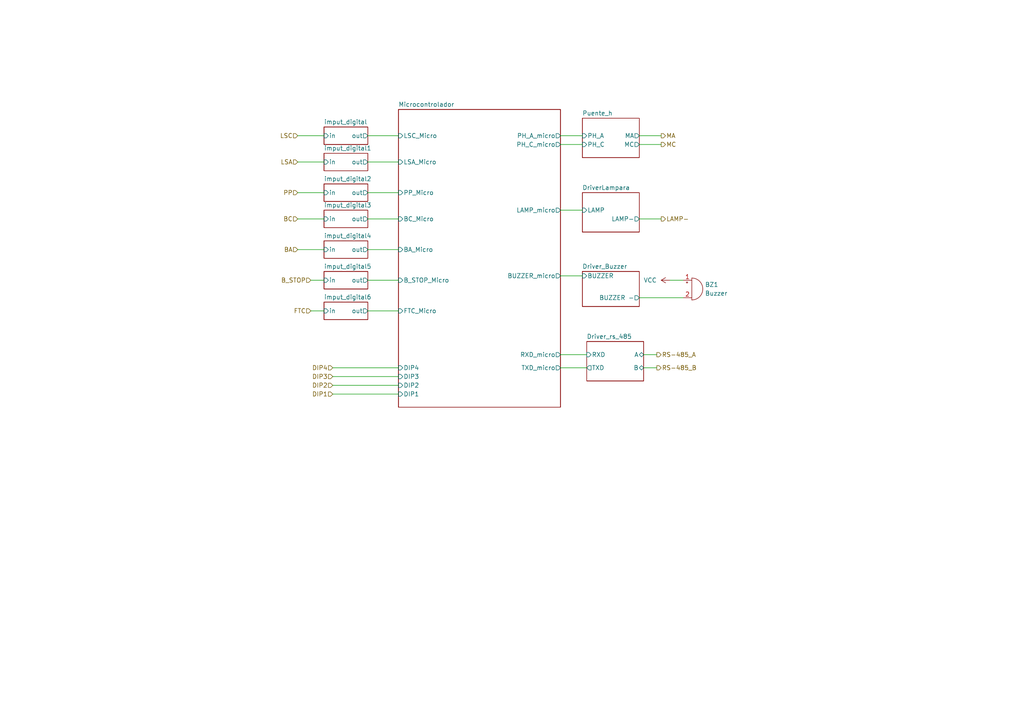
<source format=kicad_sch>
(kicad_sch
	(version 20250114)
	(generator "eeschema")
	(generator_version "9.0")
	(uuid "5568ad69-1d95-48ae-b834-44969f627f6b")
	(paper "A4")
	(lib_symbols
		(symbol "Device:Buzzer"
			(pin_names
				(offset 0.0254)
				(hide yes)
			)
			(exclude_from_sim no)
			(in_bom yes)
			(on_board yes)
			(property "Reference" "BZ"
				(at 3.81 1.27 0)
				(effects
					(font
						(size 1.27 1.27)
					)
					(justify left)
				)
			)
			(property "Value" "Buzzer"
				(at 3.81 -1.27 0)
				(effects
					(font
						(size 1.27 1.27)
					)
					(justify left)
				)
			)
			(property "Footprint" ""
				(at -0.635 2.54 90)
				(effects
					(font
						(size 1.27 1.27)
					)
					(hide yes)
				)
			)
			(property "Datasheet" "~"
				(at -0.635 2.54 90)
				(effects
					(font
						(size 1.27 1.27)
					)
					(hide yes)
				)
			)
			(property "Description" "Buzzer, polarized"
				(at 0 0 0)
				(effects
					(font
						(size 1.27 1.27)
					)
					(hide yes)
				)
			)
			(property "ki_keywords" "quartz resonator ceramic"
				(at 0 0 0)
				(effects
					(font
						(size 1.27 1.27)
					)
					(hide yes)
				)
			)
			(property "ki_fp_filters" "*Buzzer*"
				(at 0 0 0)
				(effects
					(font
						(size 1.27 1.27)
					)
					(hide yes)
				)
			)
			(symbol "Buzzer_0_1"
				(polyline
					(pts
						(xy -1.651 1.905) (xy -1.143 1.905)
					)
					(stroke
						(width 0)
						(type default)
					)
					(fill
						(type none)
					)
				)
				(polyline
					(pts
						(xy -1.397 2.159) (xy -1.397 1.651)
					)
					(stroke
						(width 0)
						(type default)
					)
					(fill
						(type none)
					)
				)
				(arc
					(start 0 3.175)
					(mid 3.1612 0)
					(end 0 -3.175)
					(stroke
						(width 0)
						(type default)
					)
					(fill
						(type none)
					)
				)
				(polyline
					(pts
						(xy 0 3.175) (xy 0 -3.175)
					)
					(stroke
						(width 0)
						(type default)
					)
					(fill
						(type none)
					)
				)
			)
			(symbol "Buzzer_1_1"
				(pin passive line
					(at -2.54 2.54 0)
					(length 2.54)
					(name "+"
						(effects
							(font
								(size 1.27 1.27)
							)
						)
					)
					(number "1"
						(effects
							(font
								(size 1.27 1.27)
							)
						)
					)
				)
				(pin passive line
					(at -2.54 -2.54 0)
					(length 2.54)
					(name "-"
						(effects
							(font
								(size 1.27 1.27)
							)
						)
					)
					(number "2"
						(effects
							(font
								(size 1.27 1.27)
							)
						)
					)
				)
			)
			(embedded_fonts no)
		)
		(symbol "power:VCC"
			(power)
			(pin_numbers
				(hide yes)
			)
			(pin_names
				(offset 0)
				(hide yes)
			)
			(exclude_from_sim no)
			(in_bom yes)
			(on_board yes)
			(property "Reference" "#PWR"
				(at 0 -3.81 0)
				(effects
					(font
						(size 1.27 1.27)
					)
					(hide yes)
				)
			)
			(property "Value" "VCC"
				(at 0 3.556 0)
				(effects
					(font
						(size 1.27 1.27)
					)
				)
			)
			(property "Footprint" ""
				(at 0 0 0)
				(effects
					(font
						(size 1.27 1.27)
					)
					(hide yes)
				)
			)
			(property "Datasheet" ""
				(at 0 0 0)
				(effects
					(font
						(size 1.27 1.27)
					)
					(hide yes)
				)
			)
			(property "Description" "Power symbol creates a global label with name \"VCC\""
				(at 0 0 0)
				(effects
					(font
						(size 1.27 1.27)
					)
					(hide yes)
				)
			)
			(property "ki_keywords" "global power"
				(at 0 0 0)
				(effects
					(font
						(size 1.27 1.27)
					)
					(hide yes)
				)
			)
			(symbol "VCC_0_1"
				(polyline
					(pts
						(xy -0.762 1.27) (xy 0 2.54)
					)
					(stroke
						(width 0)
						(type default)
					)
					(fill
						(type none)
					)
				)
				(polyline
					(pts
						(xy 0 2.54) (xy 0.762 1.27)
					)
					(stroke
						(width 0)
						(type default)
					)
					(fill
						(type none)
					)
				)
				(polyline
					(pts
						(xy 0 0) (xy 0 2.54)
					)
					(stroke
						(width 0)
						(type default)
					)
					(fill
						(type none)
					)
				)
			)
			(symbol "VCC_1_1"
				(pin power_in line
					(at 0 0 90)
					(length 0)
					(name "~"
						(effects
							(font
								(size 1.27 1.27)
							)
						)
					)
					(number "1"
						(effects
							(font
								(size 1.27 1.27)
							)
						)
					)
				)
			)
			(embedded_fonts no)
		)
	)
	(wire
		(pts
			(xy 185.42 41.91) (xy 191.77 41.91)
		)
		(stroke
			(width 0)
			(type default)
		)
		(uuid "090ebe59-f530-4ad1-9950-5c9663c29b06")
	)
	(wire
		(pts
			(xy 86.36 55.88) (xy 93.98 55.88)
		)
		(stroke
			(width 0)
			(type default)
		)
		(uuid "0e98ad74-ffe1-44bd-87f6-bf28adeb5f00")
	)
	(wire
		(pts
			(xy 96.52 111.76) (xy 115.57 111.76)
		)
		(stroke
			(width 0)
			(type default)
		)
		(uuid "15c63995-ac81-47be-9945-6c2af2ccf232")
	)
	(wire
		(pts
			(xy 106.68 55.88) (xy 115.57 55.88)
		)
		(stroke
			(width 0)
			(type default)
		)
		(uuid "2e46257a-80af-46a1-84cf-564224d39d14")
	)
	(wire
		(pts
			(xy 86.36 63.5) (xy 93.98 63.5)
		)
		(stroke
			(width 0)
			(type default)
		)
		(uuid "2f8774b2-f14f-4356-b225-e5ce709a77e9")
	)
	(wire
		(pts
			(xy 96.52 114.3) (xy 115.57 114.3)
		)
		(stroke
			(width 0)
			(type default)
		)
		(uuid "3532473b-8618-4d32-aaf7-1bf254ab6f1d")
	)
	(wire
		(pts
			(xy 86.36 46.99) (xy 93.98 46.99)
		)
		(stroke
			(width 0)
			(type default)
		)
		(uuid "35d2fbc4-8f2c-47c3-bead-cf4744ab99c9")
	)
	(wire
		(pts
			(xy 106.68 90.17) (xy 115.57 90.17)
		)
		(stroke
			(width 0)
			(type default)
		)
		(uuid "53196b16-8ab2-4129-a1cd-d142e90182a9")
	)
	(wire
		(pts
			(xy 106.68 81.28) (xy 115.57 81.28)
		)
		(stroke
			(width 0)
			(type default)
		)
		(uuid "5b8529ee-829a-4b5f-b564-7f1aaf807060")
	)
	(wire
		(pts
			(xy 162.56 102.87) (xy 170.18 102.87)
		)
		(stroke
			(width 0)
			(type default)
		)
		(uuid "678ccdf5-dc06-4089-8c9e-7800a620c742")
	)
	(wire
		(pts
			(xy 162.56 41.91) (xy 168.91 41.91)
		)
		(stroke
			(width 0)
			(type default)
		)
		(uuid "722c8746-bfee-4589-9828-9799adc9059b")
	)
	(wire
		(pts
			(xy 186.69 102.87) (xy 190.5 102.87)
		)
		(stroke
			(width 0)
			(type default)
		)
		(uuid "77bc0c4e-2c9f-4acf-8bb3-158e0c4c2179")
	)
	(wire
		(pts
			(xy 106.68 46.99) (xy 115.57 46.99)
		)
		(stroke
			(width 0)
			(type default)
		)
		(uuid "84f016da-09d9-4808-935e-2acce8f51c30")
	)
	(wire
		(pts
			(xy 162.56 60.96) (xy 168.91 60.96)
		)
		(stroke
			(width 0)
			(type default)
		)
		(uuid "956fe0eb-f0c1-4312-8184-8336d8012eb7")
	)
	(wire
		(pts
			(xy 162.56 39.37) (xy 168.91 39.37)
		)
		(stroke
			(width 0)
			(type default)
		)
		(uuid "98e12d9f-57d8-420f-aea9-b6fcc2c23f9c")
	)
	(wire
		(pts
			(xy 185.42 39.37) (xy 191.77 39.37)
		)
		(stroke
			(width 0)
			(type default)
		)
		(uuid "9efce089-d2aa-4128-b478-91bb1ad1cfbe")
	)
	(wire
		(pts
			(xy 185.42 63.5) (xy 191.77 63.5)
		)
		(stroke
			(width 0)
			(type default)
		)
		(uuid "a544805a-5fcf-40a2-bd3b-aa3e761f368e")
	)
	(wire
		(pts
			(xy 90.17 90.17) (xy 93.98 90.17)
		)
		(stroke
			(width 0)
			(type default)
		)
		(uuid "a833f3d6-ca88-4ff0-8671-8cfbcd9862b2")
	)
	(wire
		(pts
			(xy 96.52 109.22) (xy 115.57 109.22)
		)
		(stroke
			(width 0)
			(type default)
		)
		(uuid "bb912906-5363-4068-9ced-d4349c79d277")
	)
	(wire
		(pts
			(xy 106.68 39.37) (xy 115.57 39.37)
		)
		(stroke
			(width 0)
			(type default)
		)
		(uuid "c538661d-e783-4a2e-a3ef-476997696d8c")
	)
	(wire
		(pts
			(xy 96.52 106.68) (xy 115.57 106.68)
		)
		(stroke
			(width 0)
			(type default)
		)
		(uuid "c699e68b-4992-49a5-8bc9-4721149fbaa4")
	)
	(wire
		(pts
			(xy 194.31 81.28) (xy 198.12 81.28)
		)
		(stroke
			(width 0)
			(type default)
		)
		(uuid "c80d5b2c-e754-44fd-8f0d-9b732dade4bd")
	)
	(wire
		(pts
			(xy 86.36 72.39) (xy 93.98 72.39)
		)
		(stroke
			(width 0)
			(type default)
		)
		(uuid "c8ab952f-963a-45d3-b6f0-b74471e2742a")
	)
	(wire
		(pts
			(xy 86.36 39.37) (xy 93.98 39.37)
		)
		(stroke
			(width 0)
			(type default)
		)
		(uuid "d08c1249-fd0e-4da8-bee6-4836f95aab07")
	)
	(wire
		(pts
			(xy 106.68 72.39) (xy 115.57 72.39)
		)
		(stroke
			(width 0)
			(type default)
		)
		(uuid "d1f786aa-98dc-4361-8b69-2e6f36332c1d")
	)
	(wire
		(pts
			(xy 186.69 106.68) (xy 190.5 106.68)
		)
		(stroke
			(width 0)
			(type default)
		)
		(uuid "d79e0559-854a-4780-9232-7a6c8ef10105")
	)
	(wire
		(pts
			(xy 106.68 63.5) (xy 115.57 63.5)
		)
		(stroke
			(width 0)
			(type default)
		)
		(uuid "dd587257-0537-4f80-85e0-7cc95cc98f66")
	)
	(wire
		(pts
			(xy 90.17 81.28) (xy 93.98 81.28)
		)
		(stroke
			(width 0)
			(type default)
		)
		(uuid "df0dfc3c-c58c-4f8b-bd89-f3924ebd5a64")
	)
	(wire
		(pts
			(xy 162.56 80.01) (xy 168.91 80.01)
		)
		(stroke
			(width 0)
			(type default)
		)
		(uuid "e33fb6c4-da0d-4a72-81a2-47e0fa2aa736")
	)
	(wire
		(pts
			(xy 162.56 106.68) (xy 170.18 106.68)
		)
		(stroke
			(width 0)
			(type default)
		)
		(uuid "e3b56c4a-b999-4907-9b08-a55c867f0f09")
	)
	(wire
		(pts
			(xy 185.42 86.36) (xy 198.12 86.36)
		)
		(stroke
			(width 0)
			(type default)
		)
		(uuid "f6481f0a-9aa0-44a5-a364-b0995577232e")
	)
	(hierarchical_label "RS-485_B"
		(shape output)
		(at 190.5 106.68 0)
		(effects
			(font
				(size 1.27 1.27)
			)
			(justify left)
		)
		(uuid "06add46b-ef93-4bf4-ae46-ac92109eda79")
	)
	(hierarchical_label "B_STOP"
		(shape input)
		(at 90.17 81.28 180)
		(effects
			(font
				(size 1.27 1.27)
			)
			(justify right)
		)
		(uuid "0988a8b9-0ba1-4dd2-acce-396d399e6410")
	)
	(hierarchical_label "BA"
		(shape input)
		(at 86.36 72.39 180)
		(effects
			(font
				(size 1.27 1.27)
			)
			(justify right)
		)
		(uuid "108d8c7b-7be4-4535-b284-2e7f9136f521")
	)
	(hierarchical_label "LSC"
		(shape input)
		(at 86.36 39.37 180)
		(effects
			(font
				(size 1.27 1.27)
			)
			(justify right)
		)
		(uuid "3bb4ad3d-e6c0-450a-86b9-7733a1693984")
	)
	(hierarchical_label "MC"
		(shape output)
		(at 191.77 41.91 0)
		(effects
			(font
				(size 1.27 1.27)
			)
			(justify left)
		)
		(uuid "41d841c6-9fc6-41c5-92ae-bc1c4c162a79")
	)
	(hierarchical_label "BC"
		(shape input)
		(at 86.36 63.5 180)
		(effects
			(font
				(size 1.27 1.27)
			)
			(justify right)
		)
		(uuid "47cc814e-f53f-447e-b406-e8fc130f4e94")
	)
	(hierarchical_label "RS-485_A"
		(shape output)
		(at 190.5 102.87 0)
		(effects
			(font
				(size 1.27 1.27)
			)
			(justify left)
		)
		(uuid "56721d48-80db-4ea4-84ae-384bc2178828")
	)
	(hierarchical_label "DIP3"
		(shape input)
		(at 96.52 109.22 180)
		(effects
			(font
				(size 1.27 1.27)
			)
			(justify right)
		)
		(uuid "685aa375-7184-4ad0-b3de-c3d5ce8dd2e1")
	)
	(hierarchical_label "DIP4"
		(shape input)
		(at 96.52 106.68 180)
		(effects
			(font
				(size 1.27 1.27)
			)
			(justify right)
		)
		(uuid "8fa6fc6f-3636-4a84-a7f8-e8f685eeacf6")
	)
	(hierarchical_label "FTC"
		(shape input)
		(at 90.17 90.17 180)
		(effects
			(font
				(size 1.27 1.27)
			)
			(justify right)
		)
		(uuid "aa9d8c3a-d56d-498a-893d-6066850cd366")
	)
	(hierarchical_label "DIP1"
		(shape input)
		(at 96.52 114.3 180)
		(effects
			(font
				(size 1.27 1.27)
			)
			(justify right)
		)
		(uuid "adb6ec0f-8872-4cdf-b80f-6b83974826f2")
	)
	(hierarchical_label "DIP2"
		(shape input)
		(at 96.52 111.76 180)
		(effects
			(font
				(size 1.27 1.27)
			)
			(justify right)
		)
		(uuid "aff387fc-4b28-46dc-90d0-bf95ee6d588d")
	)
	(hierarchical_label "PP"
		(shape input)
		(at 86.36 55.88 180)
		(effects
			(font
				(size 1.27 1.27)
			)
			(justify right)
		)
		(uuid "bc7727b1-50db-4269-bec3-a7d50b69a87e")
	)
	(hierarchical_label "MA"
		(shape output)
		(at 191.77 39.37 0)
		(effects
			(font
				(size 1.27 1.27)
			)
			(justify left)
		)
		(uuid "ca5e5e54-9360-4b2a-90f3-a5eaa711718f")
	)
	(hierarchical_label "LSA"
		(shape input)
		(at 86.36 46.99 180)
		(effects
			(font
				(size 1.27 1.27)
			)
			(justify right)
		)
		(uuid "cdd10fca-c042-47a5-a4fa-8cb8f767ae23")
	)
	(hierarchical_label "LAMP-"
		(shape output)
		(at 191.77 63.5 0)
		(effects
			(font
				(size 1.27 1.27)
			)
			(justify left)
		)
		(uuid "d415f24d-e767-4f99-b1f9-4a4f31e337c8")
	)
	(symbol
		(lib_id "power:VCC")
		(at 194.31 81.28 90)
		(unit 1)
		(exclude_from_sim no)
		(in_bom yes)
		(on_board yes)
		(dnp no)
		(fields_autoplaced yes)
		(uuid "7d767b01-0727-4313-8cf0-cc5fb8e59372")
		(property "Reference" "#PWR047"
			(at 198.12 81.28 0)
			(effects
				(font
					(size 1.27 1.27)
				)
				(hide yes)
			)
		)
		(property "Value" "VCC"
			(at 190.5 81.2799 90)
			(effects
				(font
					(size 1.27 1.27)
				)
				(justify left)
			)
		)
		(property "Footprint" ""
			(at 194.31 81.28 0)
			(effects
				(font
					(size 1.27 1.27)
				)
				(hide yes)
			)
		)
		(property "Datasheet" ""
			(at 194.31 81.28 0)
			(effects
				(font
					(size 1.27 1.27)
				)
				(hide yes)
			)
		)
		(property "Description" "Power symbol creates a global label with name \"VCC\""
			(at 194.31 81.28 0)
			(effects
				(font
					(size 1.27 1.27)
				)
				(hide yes)
			)
		)
		(pin "1"
			(uuid "c202e891-de96-446d-9f6f-1c2c518b96ce")
		)
		(instances
			(project "PCB porton"
				(path "/066fc511-7226-4630-beb0-d4fa33de32d6/98e2e1af-13f4-44d7-afbb-a6c00796e80f"
					(reference "#PWR047")
					(unit 1)
				)
			)
		)
	)
	(symbol
		(lib_id "Device:Buzzer")
		(at 200.66 83.82 0)
		(unit 1)
		(exclude_from_sim no)
		(in_bom yes)
		(on_board yes)
		(dnp no)
		(fields_autoplaced yes)
		(uuid "8371fa4a-9db8-4595-8679-205dc43069ca")
		(property "Reference" "BZ1"
			(at 204.47 82.5499 0)
			(effects
				(font
					(size 1.27 1.27)
				)
				(justify left)
			)
		)
		(property "Value" "Buzzer"
			(at 204.47 85.0899 0)
			(effects
				(font
					(size 1.27 1.27)
				)
				(justify left)
			)
		)
		(property "Footprint" ""
			(at 200.025 81.28 90)
			(effects
				(font
					(size 1.27 1.27)
				)
				(hide yes)
			)
		)
		(property "Datasheet" "~"
			(at 200.025 81.28 90)
			(effects
				(font
					(size 1.27 1.27)
				)
				(hide yes)
			)
		)
		(property "Description" "Buzzer, polarized"
			(at 200.66 83.82 0)
			(effects
				(font
					(size 1.27 1.27)
				)
				(hide yes)
			)
		)
		(pin "2"
			(uuid "ccf8e247-2466-4127-b92a-c6a29cfa13af")
		)
		(pin "1"
			(uuid "05c2860e-1327-48df-b825-0d0bd42a5ef6")
		)
		(instances
			(project ""
				(path "/066fc511-7226-4630-beb0-d4fa33de32d6/98e2e1af-13f4-44d7-afbb-a6c00796e80f"
					(reference "BZ1")
					(unit 1)
				)
			)
		)
	)
	(sheet
		(at 93.98 78.74)
		(size 12.7 5.08)
		(exclude_from_sim no)
		(in_bom yes)
		(on_board yes)
		(dnp no)
		(fields_autoplaced yes)
		(stroke
			(width 0.1524)
			(type solid)
		)
		(fill
			(color 0 0 0 0.0000)
		)
		(uuid "002ca46c-5bbc-4955-bc0b-afaa9c4c75e1")
		(property "Sheetname" "imput_digital5"
			(at 93.98 78.0284 0)
			(effects
				(font
					(size 1.27 1.27)
				)
				(justify left bottom)
			)
		)
		(property "Sheetfile" "imput_digital.kicad_sch"
			(at 93.98 84.4046 0)
			(effects
				(font
					(size 1.27 1.27)
				)
				(justify left top)
				(hide yes)
			)
		)
		(pin "in" input
			(at 93.98 81.28 180)
			(uuid "5f79d71b-e715-478e-8f77-9db88605c80f")
			(effects
				(font
					(size 1.27 1.27)
				)
				(justify left)
			)
		)
		(pin "out" output
			(at 106.68 81.28 0)
			(uuid "e386d735-9cc3-41e2-a3b6-86d148253bf8")
			(effects
				(font
					(size 1.27 1.27)
				)
				(justify right)
			)
		)
		(instances
			(project "PCB porton"
				(path "/066fc511-7226-4630-beb0-d4fa33de32d6/98e2e1af-13f4-44d7-afbb-a6c00796e80f"
					(page "8")
				)
			)
		)
	)
	(sheet
		(at 93.98 60.96)
		(size 12.7 5.08)
		(exclude_from_sim no)
		(in_bom yes)
		(on_board yes)
		(dnp no)
		(fields_autoplaced yes)
		(stroke
			(width 0.1524)
			(type solid)
		)
		(fill
			(color 0 0 0 0.0000)
		)
		(uuid "07c5de6b-a5d1-4576-9ce4-799b08267338")
		(property "Sheetname" "imput_digital3"
			(at 93.98 60.2484 0)
			(effects
				(font
					(size 1.27 1.27)
				)
				(justify left bottom)
			)
		)
		(property "Sheetfile" "imput_digital.kicad_sch"
			(at 93.98 66.6246 0)
			(effects
				(font
					(size 1.27 1.27)
				)
				(justify left top)
				(hide yes)
			)
		)
		(pin "in" input
			(at 93.98 63.5 180)
			(uuid "7b6c86f2-4bb4-43d2-9573-0aab98b89c05")
			(effects
				(font
					(size 1.27 1.27)
				)
				(justify left)
			)
		)
		(pin "out" output
			(at 106.68 63.5 0)
			(uuid "73b00ee9-db02-4e37-87b9-202ee8c23cb6")
			(effects
				(font
					(size 1.27 1.27)
				)
				(justify right)
			)
		)
		(instances
			(project "PCB porton"
				(path "/066fc511-7226-4630-beb0-d4fa33de32d6/98e2e1af-13f4-44d7-afbb-a6c00796e80f"
					(page "6")
				)
			)
		)
	)
	(sheet
		(at 168.91 78.74)
		(size 16.51 10.16)
		(exclude_from_sim no)
		(in_bom yes)
		(on_board yes)
		(dnp no)
		(fields_autoplaced yes)
		(stroke
			(width 0.1524)
			(type solid)
		)
		(fill
			(color 0 0 0 0.0000)
		)
		(uuid "1952cb5b-f7f2-430b-aae8-1521b54bbd79")
		(property "Sheetname" "Driver_Buzzer"
			(at 168.91 78.0284 0)
			(effects
				(font
					(size 1.27 1.27)
				)
				(justify left bottom)
			)
		)
		(property "Sheetfile" "Driver_rs_485.kicad_sch"
			(at 168.91 89.4846 0)
			(effects
				(font
					(size 1.27 1.27)
				)
				(justify left top)
				(hide yes)
			)
		)
		(pin "BUZZER" input
			(at 168.91 80.01 180)
			(uuid "5ee1a4c6-1f24-45c4-9422-e95dca8837d7")
			(effects
				(font
					(size 1.27 1.27)
				)
				(justify left)
			)
		)
		(pin "BUZZER -" output
			(at 185.42 86.36 0)
			(uuid "1b15f4cd-aff8-4e46-b391-c6056f4952de")
			(effects
				(font
					(size 1.27 1.27)
				)
				(justify right)
			)
		)
		(instances
			(project "PCB porton"
				(path "/066fc511-7226-4630-beb0-d4fa33de32d6/98e2e1af-13f4-44d7-afbb-a6c00796e80f"
					(page "10")
				)
			)
		)
	)
	(sheet
		(at 115.57 31.75)
		(size 46.99 86.36)
		(exclude_from_sim no)
		(in_bom yes)
		(on_board yes)
		(dnp no)
		(fields_autoplaced yes)
		(stroke
			(width 0.1524)
			(type solid)
		)
		(fill
			(color 0 0 0 0.0000)
		)
		(uuid "489f6a85-e184-466b-bb74-5640fda11cf5")
		(property "Sheetname" "Microcontrolador"
			(at 115.57 31.0384 0)
			(effects
				(font
					(size 1.27 1.27)
				)
				(justify left bottom)
			)
		)
		(property "Sheetfile" "Microcontrolador .kicad_sch"
			(at 115.57 118.6946 0)
			(effects
				(font
					(size 1.27 1.27)
				)
				(justify left top)
				(hide yes)
			)
		)
		(pin "DIP1" input
			(at 115.57 114.3 180)
			(uuid "2f83ca8c-a65b-4f58-a0d6-1ebfcbcc274b")
			(effects
				(font
					(size 1.27 1.27)
				)
				(justify left)
			)
		)
		(pin "DIP2" input
			(at 115.57 111.76 180)
			(uuid "eeca096a-c328-43ec-b04d-4bf8adab1b82")
			(effects
				(font
					(size 1.27 1.27)
				)
				(justify left)
			)
		)
		(pin "DIP3" input
			(at 115.57 109.22 180)
			(uuid "3381db84-7f39-4b2a-9eab-be064f1fc750")
			(effects
				(font
					(size 1.27 1.27)
				)
				(justify left)
			)
		)
		(pin "DIP4" input
			(at 115.57 106.68 180)
			(uuid "02ad50c0-b9c4-412c-ba4c-c89146b588ec")
			(effects
				(font
					(size 1.27 1.27)
				)
				(justify left)
			)
		)
		(pin "BA_Micro" input
			(at 115.57 72.39 180)
			(uuid "26fe7291-4c2e-45d5-8ed2-7e9d41313056")
			(effects
				(font
					(size 1.27 1.27)
				)
				(justify left)
			)
		)
		(pin "BC_Micro" input
			(at 115.57 63.5 180)
			(uuid "546c8e3c-4273-4334-a91e-0cb3ade8e6bb")
			(effects
				(font
					(size 1.27 1.27)
				)
				(justify left)
			)
		)
		(pin "B_STOP_Micro" input
			(at 115.57 81.28 180)
			(uuid "e88a9122-341e-4e00-9425-bc7636d0cdfa")
			(effects
				(font
					(size 1.27 1.27)
				)
				(justify left)
			)
		)
		(pin "FTC_Micro" input
			(at 115.57 90.17 180)
			(uuid "064843f0-386a-4927-b4b4-9443e1dc22f7")
			(effects
				(font
					(size 1.27 1.27)
				)
				(justify left)
			)
		)
		(pin "LSA_Micro" input
			(at 115.57 46.99 180)
			(uuid "0df6c2d5-250b-426d-9b39-bf01d3fac1d4")
			(effects
				(font
					(size 1.27 1.27)
				)
				(justify left)
			)
		)
		(pin "LSC_Micro" input
			(at 115.57 39.37 180)
			(uuid "59c6366a-1131-405e-9afb-69645005d485")
			(effects
				(font
					(size 1.27 1.27)
				)
				(justify left)
			)
		)
		(pin "PP_Micro" input
			(at 115.57 55.88 180)
			(uuid "8d64614b-a22c-4325-bfa7-c98872c546e6")
			(effects
				(font
					(size 1.27 1.27)
				)
				(justify left)
			)
		)
		(pin "PH_A_micro" output
			(at 162.56 39.37 0)
			(uuid "5784fb82-a673-41e9-b2a9-3d5c1405e3aa")
			(effects
				(font
					(size 1.27 1.27)
				)
				(justify right)
			)
		)
		(pin "PH_C_micro" output
			(at 162.56 41.91 0)
			(uuid "5f58ebb3-eff5-4a32-8aef-bd942c0497bc")
			(effects
				(font
					(size 1.27 1.27)
				)
				(justify right)
			)
		)
		(pin "LAMP_micro" output
			(at 162.56 60.96 0)
			(uuid "9d11d567-2e0b-4f5a-ab5f-91785535b904")
			(effects
				(font
					(size 1.27 1.27)
				)
				(justify right)
			)
		)
		(pin "BUZZER_micro" output
			(at 162.56 80.01 0)
			(uuid "21fabe2f-4e18-4410-bd4b-1234b7b2b0e7")
			(effects
				(font
					(size 1.27 1.27)
				)
				(justify right)
			)
		)
		(pin "RXD_micro" output
			(at 162.56 102.87 0)
			(uuid "f4c8fd29-3553-45aa-977f-99f821aae6ba")
			(effects
				(font
					(size 1.27 1.27)
				)
				(justify right)
			)
		)
		(pin "TXD_micro" output
			(at 162.56 106.68 0)
			(uuid "c526fead-37e1-4d86-8e38-917adfa4131e")
			(effects
				(font
					(size 1.27 1.27)
				)
				(justify right)
			)
		)
		(instances
			(project "PCB porton"
				(path "/066fc511-7226-4630-beb0-d4fa33de32d6/98e2e1af-13f4-44d7-afbb-a6c00796e80f"
					(page "11")
				)
			)
		)
	)
	(sheet
		(at 93.98 69.85)
		(size 12.7 5.08)
		(exclude_from_sim no)
		(in_bom yes)
		(on_board yes)
		(dnp no)
		(fields_autoplaced yes)
		(stroke
			(width 0.1524)
			(type solid)
		)
		(fill
			(color 0 0 0 0.0000)
		)
		(uuid "628626d5-1a86-4a0f-a220-13018df05e33")
		(property "Sheetname" "imput_digital4"
			(at 93.98 69.1384 0)
			(effects
				(font
					(size 1.27 1.27)
				)
				(justify left bottom)
			)
		)
		(property "Sheetfile" "imput_digital.kicad_sch"
			(at 93.98 75.5146 0)
			(effects
				(font
					(size 1.27 1.27)
				)
				(justify left top)
				(hide yes)
			)
		)
		(pin "in" input
			(at 93.98 72.39 180)
			(uuid "236ccd23-75bd-4650-9372-30f17d4400a0")
			(effects
				(font
					(size 1.27 1.27)
				)
				(justify left)
			)
		)
		(pin "out" output
			(at 106.68 72.39 0)
			(uuid "171c0295-1795-4d0e-8169-2721f18ff7a4")
			(effects
				(font
					(size 1.27 1.27)
				)
				(justify right)
			)
		)
		(instances
			(project "PCB porton"
				(path "/066fc511-7226-4630-beb0-d4fa33de32d6/98e2e1af-13f4-44d7-afbb-a6c00796e80f"
					(page "7")
				)
			)
		)
	)
	(sheet
		(at 170.18 99.06)
		(size 16.51 11.43)
		(exclude_from_sim no)
		(in_bom yes)
		(on_board yes)
		(dnp no)
		(fields_autoplaced yes)
		(stroke
			(width 0.1524)
			(type solid)
		)
		(fill
			(color 0 0 0 0.0000)
		)
		(uuid "68884aba-5757-4f32-83a0-1ae2abb6f06d")
		(property "Sheetname" "Driver_rs_485"
			(at 170.18 98.3484 0)
			(effects
				(font
					(size 1.27 1.27)
				)
				(justify left bottom)
			)
		)
		(property "Sheetfile" "Driver_rs_485_sch.kicad_sch"
			(at 170.18 111.0746 0)
			(effects
				(font
					(size 1.27 1.27)
				)
				(justify left top)
				(hide yes)
			)
		)
		(pin "A" bidirectional
			(at 186.69 102.87 0)
			(uuid "0df505f7-8f00-4141-8979-8334f99ddf2c")
			(effects
				(font
					(size 1.27 1.27)
				)
				(justify right)
			)
		)
		(pin "B" bidirectional
			(at 186.69 106.68 0)
			(uuid "fd18933a-5df2-49b6-bc47-045c9f797b0a")
			(effects
				(font
					(size 1.27 1.27)
				)
				(justify right)
			)
		)
		(pin "RXD" input
			(at 170.18 102.87 180)
			(uuid "be396fe9-29c7-4fbf-9a75-3b694a80ce97")
			(effects
				(font
					(size 1.27 1.27)
				)
				(justify left)
			)
		)
		(pin "TXD" output
			(at 170.18 106.68 180)
			(uuid "ff5bf073-f4cb-4305-bd52-a695bce92243")
			(effects
				(font
					(size 1.27 1.27)
				)
				(justify left)
			)
		)
		(instances
			(project "PCB porton"
				(path "/066fc511-7226-4630-beb0-d4fa33de32d6/98e2e1af-13f4-44d7-afbb-a6c00796e80f"
					(page "15")
				)
			)
		)
	)
	(sheet
		(at 93.98 53.34)
		(size 12.7 5.08)
		(exclude_from_sim no)
		(in_bom yes)
		(on_board yes)
		(dnp no)
		(fields_autoplaced yes)
		(stroke
			(width 0.1524)
			(type solid)
		)
		(fill
			(color 0 0 0 0.0000)
		)
		(uuid "6da86b21-2855-4bf1-bd25-b8961be50e24")
		(property "Sheetname" "imput_digital2"
			(at 93.98 52.6284 0)
			(effects
				(font
					(size 1.27 1.27)
				)
				(justify left bottom)
			)
		)
		(property "Sheetfile" "imput_digital.kicad_sch"
			(at 93.98 59.0046 0)
			(effects
				(font
					(size 1.27 1.27)
				)
				(justify left top)
				(hide yes)
			)
		)
		(pin "in" input
			(at 93.98 55.88 180)
			(uuid "3ac159d3-d0b8-44b6-af08-9cbc659fcbb7")
			(effects
				(font
					(size 1.27 1.27)
				)
				(justify left)
			)
		)
		(pin "out" output
			(at 106.68 55.88 0)
			(uuid "0222a6b8-ca08-4318-9c0a-ef97419863aa")
			(effects
				(font
					(size 1.27 1.27)
				)
				(justify right)
			)
		)
		(instances
			(project "PCB porton"
				(path "/066fc511-7226-4630-beb0-d4fa33de32d6/98e2e1af-13f4-44d7-afbb-a6c00796e80f"
					(page "5")
				)
			)
		)
	)
	(sheet
		(at 93.98 44.45)
		(size 12.7 5.08)
		(exclude_from_sim no)
		(in_bom yes)
		(on_board yes)
		(dnp no)
		(fields_autoplaced yes)
		(stroke
			(width 0.1524)
			(type solid)
		)
		(fill
			(color 0 0 0 0.0000)
		)
		(uuid "6ef7833b-b0c7-4764-b797-cc12c56ad8a6")
		(property "Sheetname" "imput_digital1"
			(at 93.98 43.7384 0)
			(effects
				(font
					(size 1.27 1.27)
				)
				(justify left bottom)
			)
		)
		(property "Sheetfile" "imput_digital.kicad_sch"
			(at 93.98 50.1146 0)
			(effects
				(font
					(size 1.27 1.27)
				)
				(justify left top)
				(hide yes)
			)
		)
		(pin "in" input
			(at 93.98 46.99 180)
			(uuid "0e2e1b3c-776b-4e26-b215-f55b1c0d7da4")
			(effects
				(font
					(size 1.27 1.27)
				)
				(justify left)
			)
		)
		(pin "out" output
			(at 106.68 46.99 0)
			(uuid "a6ae6e8b-5744-462d-bde3-f26aac2886ce")
			(effects
				(font
					(size 1.27 1.27)
				)
				(justify right)
			)
		)
		(instances
			(project "PCB porton"
				(path "/066fc511-7226-4630-beb0-d4fa33de32d6/98e2e1af-13f4-44d7-afbb-a6c00796e80f"
					(page "4")
				)
			)
		)
	)
	(sheet
		(at 168.91 34.29)
		(size 16.51 11.43)
		(exclude_from_sim no)
		(in_bom yes)
		(on_board yes)
		(dnp no)
		(fields_autoplaced yes)
		(stroke
			(width 0.1524)
			(type solid)
		)
		(fill
			(color 0 0 0 0.0000)
		)
		(uuid "71ed555e-0e81-46ba-b9e7-9a0fd8c8bdf6")
		(property "Sheetname" "Puente_h"
			(at 168.91 33.5784 0)
			(effects
				(font
					(size 1.27 1.27)
				)
				(justify left bottom)
			)
		)
		(property "Sheetfile" "Puente_h.kicad_sch"
			(at 168.91 46.3046 0)
			(effects
				(font
					(size 1.27 1.27)
				)
				(justify left top)
				(hide yes)
			)
		)
		(pin "MA" output
			(at 185.42 39.37 0)
			(uuid "bb432c16-8337-4fae-a04c-2107791aa922")
			(effects
				(font
					(size 1.27 1.27)
				)
				(justify right)
			)
		)
		(pin "MC" output
			(at 185.42 41.91 0)
			(uuid "4e0d0186-b489-4898-8e55-1a6cc5565b7d")
			(effects
				(font
					(size 1.27 1.27)
				)
				(justify right)
			)
		)
		(pin "PH_A" input
			(at 168.91 39.37 180)
			(uuid "e8bcf255-47ea-4369-aa22-8fef9726efcc")
			(effects
				(font
					(size 1.27 1.27)
				)
				(justify left)
			)
		)
		(pin "PH_C" input
			(at 168.91 41.91 180)
			(uuid "ea8b9466-a0ae-4e45-88ac-85176f7e307c")
			(effects
				(font
					(size 1.27 1.27)
				)
				(justify left)
			)
		)
		(instances
			(project "PCB porton"
				(path "/066fc511-7226-4630-beb0-d4fa33de32d6/98e2e1af-13f4-44d7-afbb-a6c00796e80f"
					(page "13")
				)
			)
		)
	)
	(sheet
		(at 93.98 36.83)
		(size 12.7 5.08)
		(exclude_from_sim no)
		(in_bom yes)
		(on_board yes)
		(dnp no)
		(fields_autoplaced yes)
		(stroke
			(width 0.1524)
			(type solid)
		)
		(fill
			(color 0 0 0 0.0000)
		)
		(uuid "784c927a-9ea3-449b-8810-b7f620b4f8e2")
		(property "Sheetname" "imput_digital"
			(at 93.98 36.1184 0)
			(effects
				(font
					(size 1.27 1.27)
				)
				(justify left bottom)
			)
		)
		(property "Sheetfile" "imput_digital.kicad_sch"
			(at 93.98 42.4946 0)
			(effects
				(font
					(size 1.27 1.27)
				)
				(justify left top)
				(hide yes)
			)
		)
		(pin "in" input
			(at 93.98 39.37 180)
			(uuid "66b6e7ba-1b02-4267-8709-0e2588bf95e2")
			(effects
				(font
					(size 1.27 1.27)
				)
				(justify left)
			)
		)
		(pin "out" output
			(at 106.68 39.37 0)
			(uuid "28408d36-5837-4e53-8819-4ac9c2bb43f1")
			(effects
				(font
					(size 1.27 1.27)
				)
				(justify right)
			)
		)
		(instances
			(project "PCB porton"
				(path "/066fc511-7226-4630-beb0-d4fa33de32d6/98e2e1af-13f4-44d7-afbb-a6c00796e80f"
					(page "3")
				)
			)
		)
	)
	(sheet
		(at 93.98 87.63)
		(size 12.7 5.08)
		(exclude_from_sim no)
		(in_bom yes)
		(on_board yes)
		(dnp no)
		(fields_autoplaced yes)
		(stroke
			(width 0.1524)
			(type solid)
		)
		(fill
			(color 0 0 0 0.0000)
		)
		(uuid "b88e904d-6363-4064-a4ca-dcca7c7f092f")
		(property "Sheetname" "imput_digital6"
			(at 93.98 86.9184 0)
			(effects
				(font
					(size 1.27 1.27)
				)
				(justify left bottom)
			)
		)
		(property "Sheetfile" "imput_digital.kicad_sch"
			(at 93.98 93.2946 0)
			(effects
				(font
					(size 1.27 1.27)
				)
				(justify left top)
				(hide yes)
			)
		)
		(pin "in" input
			(at 93.98 90.17 180)
			(uuid "bee73fb3-3efb-4c99-bee0-acd2f5810618")
			(effects
				(font
					(size 1.27 1.27)
				)
				(justify left)
			)
		)
		(pin "out" output
			(at 106.68 90.17 0)
			(uuid "9e00fab1-59a2-41a2-b90c-6ff7b8d66698")
			(effects
				(font
					(size 1.27 1.27)
				)
				(justify right)
			)
		)
		(instances
			(project "PCB porton"
				(path "/066fc511-7226-4630-beb0-d4fa33de32d6/98e2e1af-13f4-44d7-afbb-a6c00796e80f"
					(page "9")
				)
			)
		)
	)
	(sheet
		(at 168.91 55.88)
		(size 16.51 11.43)
		(exclude_from_sim no)
		(in_bom yes)
		(on_board yes)
		(dnp no)
		(fields_autoplaced yes)
		(stroke
			(width 0.1524)
			(type solid)
		)
		(fill
			(color 0 0 0 0.0000)
		)
		(uuid "f66e0a72-25ad-4a5f-a241-27171831d629")
		(property "Sheetname" "DriverLampara"
			(at 168.91 55.1684 0)
			(effects
				(font
					(size 1.27 1.27)
				)
				(justify left bottom)
			)
		)
		(property "Sheetfile" "DriverLampara.kicad_sch"
			(at 168.91 67.8946 0)
			(effects
				(font
					(size 1.27 1.27)
				)
				(justify left top)
				(hide yes)
			)
		)
		(pin "LAMP" input
			(at 168.91 60.96 180)
			(uuid "99a3ce44-fe77-43c6-8c09-a41883ebee2b")
			(effects
				(font
					(size 1.27 1.27)
				)
				(justify left)
			)
		)
		(pin "LAMP-" output
			(at 185.42 63.5 0)
			(uuid "48699912-5448-4daf-884b-958cf2b1742a")
			(effects
				(font
					(size 1.27 1.27)
				)
				(justify right)
			)
		)
		(instances
			(project "PCB porton"
				(path "/066fc511-7226-4630-beb0-d4fa33de32d6/98e2e1af-13f4-44d7-afbb-a6c00796e80f"
					(page "14")
				)
			)
		)
	)
)

</source>
